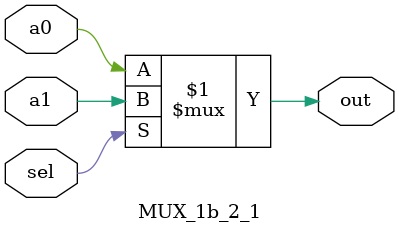
<source format=v>
`timescale 1ns / 1ps

module MUX_1b_2_1 (
    input a0, 
    input a1, 
    input sel, 
    output out
);
    
    assign out = (sel) ? a1 : a0;

endmodule
</source>
